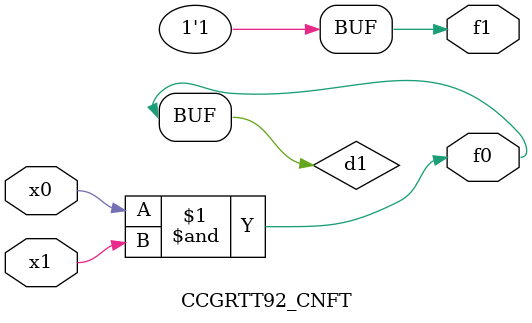
<source format=v>
module CCGRTT92_CNFT(
	input x0, x1,
	output f0, f1
);

	wire d1;

	assign f0 = d1;
	and (d1, x0, x1);
	assign f1 = 1'b1;
endmodule

</source>
